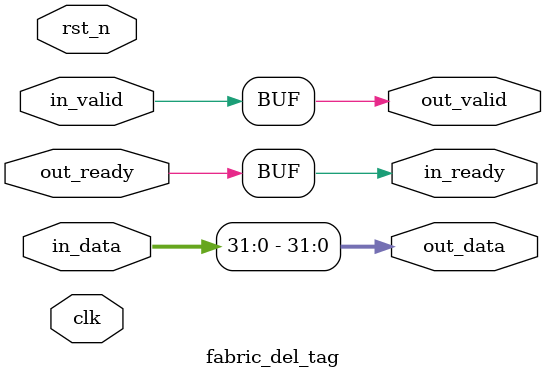
<source format=sv>

`include "fabric_common.svh"

module fabric_del_tag #(
    parameter int DATA_WIDTH = 32,
    parameter int TAG_WIDTH  = 4,
    localparam int IN_PW     = (DATA_WIDTH + TAG_WIDTH > 0) ? DATA_WIDTH + TAG_WIDTH : 1,
    localparam int OUT_PW    = (DATA_WIDTH > 0) ? DATA_WIDTH : 1
) (
    input  logic                clk,
    input  logic                rst_n,

    // Streaming input (tagged)
    input  logic                in_valid,
    output logic                in_ready,
    input  logic [IN_PW-1:0]   in_data,

    // Streaming output (untagged)
    output logic                out_valid,
    input  logic                out_ready,
    output logic [OUT_PW-1:0]   out_data
);

  // -----------------------------------------------------------------------
  // Elaboration-time parameter validation (CPL_ errors)
  // -----------------------------------------------------------------------
  initial begin : param_check
    if (TAG_WIDTH < 1)
      $fatal(1, "CPL_DEL_TAG_TAG_WIDTH: TAG_WIDTH must be >= 1");
    if (DATA_WIDTH < 1)
      $fatal(1, "CPL_DEL_TAG_DATA_WIDTH: DATA_WIDTH must be >= 1");
  end

  // -----------------------------------------------------------------------
  // Combinational pass-through with tag strip
  // -----------------------------------------------------------------------
  assign out_valid = in_valid;
  assign in_ready  = out_ready;
  assign out_data  = in_data[DATA_WIDTH-1:0];

endmodule

</source>
